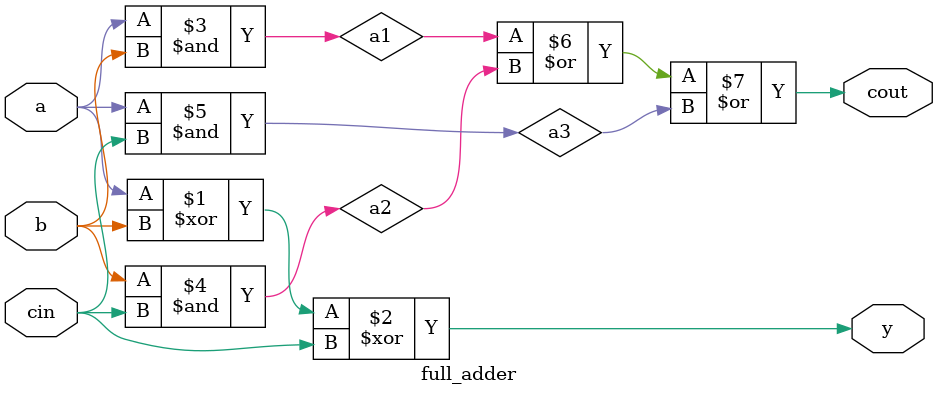
<source format=v>
module full_adder(output y ,cout , input a,b,cin) ; 

wire a1,a2,a3 ; 

xor (y,a,b,cin) ; 

and x1(a1,a,b),
	 x2(a2,b,cin),
	 x3(a3,a,cin); 
	 
or (cout,a1,a2,a3); 	 
	 

endmodule
</source>
